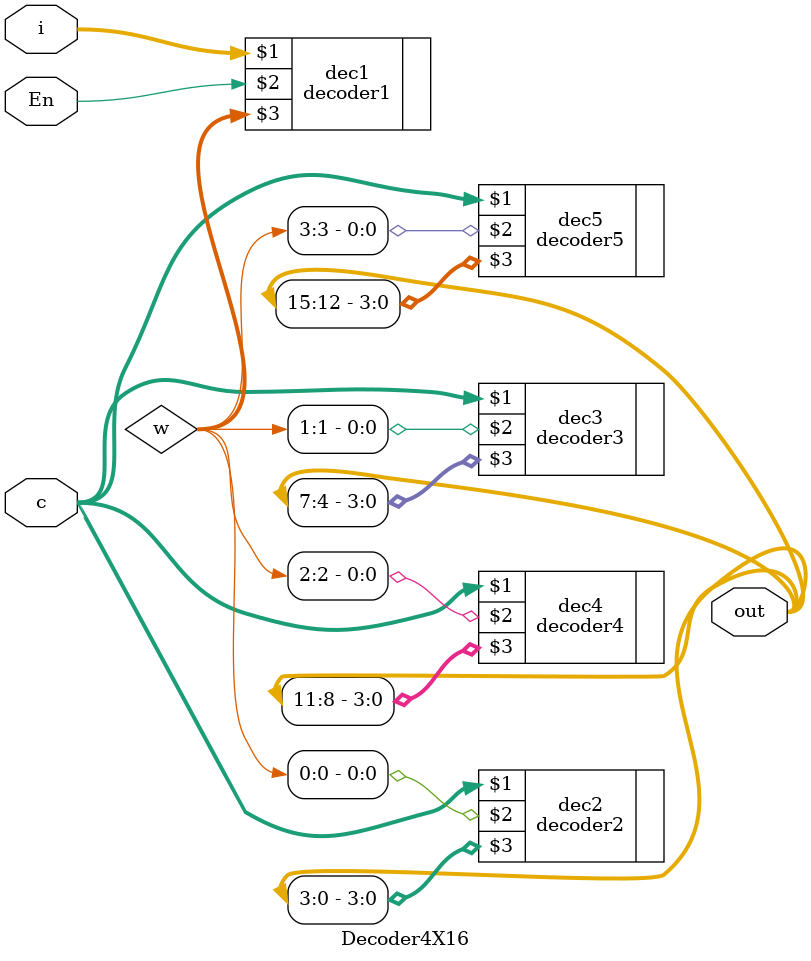
<source format=v>
module Decoder4X16(i,c,En,out);
input [1:0] i;
input [1:0] c;
input  En;
output [15:0] out;
wire [3:0]w;
decoder1 dec1(i,En,w);
decoder2 dec2(c,w[0],out[3:0]);
decoder3 dec3(c,w[1],out[7:4]);
decoder4 dec4(c,w[2],out[11:8]);
decoder5 dec5(c,w[3],out[15:12]);

endmodule

</source>
